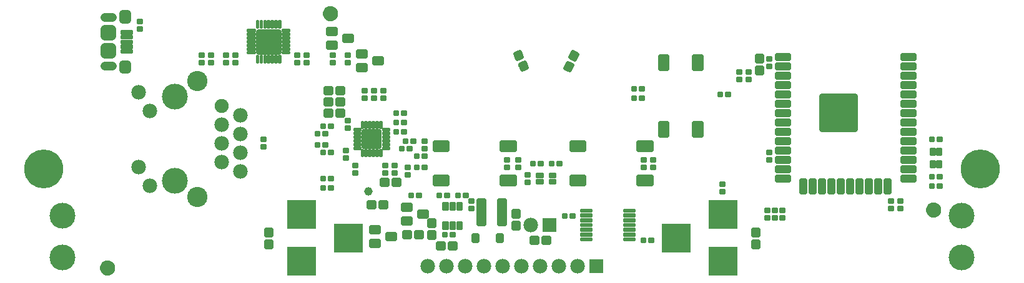
<source format=gbr>
G04 EAGLE Gerber RS-274X export*
G75*
%MOMM*%
%FSLAX34Y34*%
%LPD*%
%INSoldermask Top*%
%IPPOS*%
%AMOC8*
5,1,8,0,0,1.08239X$1,22.5*%
G01*
%ADD10C,5.283200*%
%ADD11C,3.505200*%
%ADD12C,0.399194*%
%ADD13C,0.553472*%
%ADD14C,0.446600*%
%ADD15C,0.617406*%
%ADD16C,0.525272*%
%ADD17C,0.689375*%
%ADD18C,0.728447*%
%ADD19C,0.518503*%
%ADD20C,1.219200*%
%ADD21C,0.404144*%
%ADD22C,0.897791*%
%ADD23C,1.156759*%
%ADD24C,0.335972*%
%ADD25C,0.725172*%
%ADD26C,0.296447*%
%ADD27C,0.702831*%
%ADD28C,1.981200*%
%ADD29C,1.903200*%
%ADD30C,2.743200*%
%ADD31C,3.503200*%
%ADD32R,4.013200X4.013200*%
%ADD33C,0.430031*%
%ADD34R,1.981200X1.981200*%
%ADD35C,0.329691*%
%ADD36C,1.000000*%
%ADD37C,1.159600*%


D10*
X50800Y152400D03*
X1320800Y152400D03*
D11*
X76200Y88900D03*
X76200Y31750D03*
X1295400Y31750D03*
X1295400Y88900D03*
D12*
X295160Y305740D02*
X295160Y309280D01*
X299200Y309280D01*
X299200Y305740D01*
X295160Y305740D01*
X295160Y298780D02*
X295160Y295240D01*
X295160Y298780D02*
X299200Y298780D01*
X299200Y295240D01*
X295160Y295240D01*
X345960Y194980D02*
X345960Y191440D01*
X345960Y194980D02*
X350000Y194980D01*
X350000Y191440D01*
X345960Y191440D01*
X345960Y184480D02*
X345960Y180940D01*
X345960Y184480D02*
X350000Y184480D01*
X350000Y180940D01*
X345960Y180940D01*
X499860Y246980D02*
X499860Y250520D01*
X499860Y246980D02*
X495820Y246980D01*
X495820Y250520D01*
X499860Y250520D01*
X499860Y257480D02*
X499860Y261020D01*
X499860Y257480D02*
X495820Y257480D01*
X495820Y261020D01*
X499860Y261020D01*
D13*
X579829Y66869D02*
X579829Y59371D01*
X573331Y59371D01*
X573331Y66869D01*
X579829Y66869D01*
X579829Y64629D02*
X573331Y64629D01*
X579829Y75371D02*
X579829Y82869D01*
X579829Y75371D02*
X573331Y75371D01*
X573331Y82869D01*
X579829Y82869D01*
X579829Y80629D02*
X573331Y80629D01*
X352351Y70169D02*
X352351Y62671D01*
X352351Y70169D02*
X358849Y70169D01*
X358849Y62671D01*
X352351Y62671D01*
X352351Y67929D02*
X358849Y67929D01*
X352351Y54169D02*
X352351Y46671D01*
X352351Y54169D02*
X358849Y54169D01*
X358849Y46671D01*
X352351Y46671D01*
X352351Y51929D02*
X358849Y51929D01*
D12*
X691400Y163500D02*
X691400Y167040D01*
X695440Y167040D01*
X695440Y163500D01*
X691400Y163500D01*
X691400Y156540D02*
X691400Y153000D01*
X691400Y156540D02*
X695440Y156540D01*
X695440Y153000D01*
X691400Y153000D01*
X995160Y272380D02*
X995160Y275920D01*
X995160Y272380D02*
X991120Y272380D01*
X991120Y275920D01*
X995160Y275920D01*
X995160Y282880D02*
X995160Y286420D01*
X995160Y282880D02*
X991120Y282880D01*
X991120Y286420D01*
X995160Y286420D01*
X865620Y156540D02*
X865620Y153000D01*
X861580Y153000D01*
X861580Y156540D01*
X865620Y156540D01*
X865620Y163500D02*
X865620Y167040D01*
X865620Y163500D02*
X861580Y163500D01*
X861580Y167040D01*
X865620Y167040D01*
D13*
X498511Y296471D02*
X498511Y302969D01*
X509009Y302969D01*
X509009Y296471D01*
X498511Y296471D01*
X498511Y301729D02*
X509009Y301729D01*
X476511Y293469D02*
X476511Y286971D01*
X476511Y293469D02*
X487009Y293469D01*
X487009Y286971D01*
X476511Y286971D01*
X476511Y292229D02*
X487009Y292229D01*
X476511Y305971D02*
X476511Y312469D01*
X487009Y312469D01*
X487009Y305971D01*
X476511Y305971D01*
X476511Y311229D02*
X487009Y311229D01*
X457871Y326951D02*
X457871Y333449D01*
X468369Y333449D01*
X468369Y326951D01*
X457871Y326951D01*
X457871Y332209D02*
X468369Y332209D01*
X435871Y323949D02*
X435871Y317451D01*
X435871Y323949D02*
X446369Y323949D01*
X446369Y317451D01*
X435871Y317451D01*
X435871Y322709D02*
X446369Y322709D01*
X435871Y336451D02*
X435871Y342949D01*
X446369Y342949D01*
X446369Y336451D01*
X435871Y336451D01*
X435871Y341709D02*
X446369Y341709D01*
D12*
X1029220Y98460D02*
X1029220Y94920D01*
X1029220Y98460D02*
X1033260Y98460D01*
X1033260Y94920D01*
X1029220Y94920D01*
X1029220Y87960D02*
X1029220Y84420D01*
X1029220Y87960D02*
X1033260Y87960D01*
X1033260Y84420D01*
X1029220Y84420D01*
X704100Y143180D02*
X704100Y146720D01*
X708140Y146720D01*
X708140Y143180D01*
X704100Y143180D01*
X704100Y136220D02*
X704100Y132680D01*
X704100Y136220D02*
X708140Y136220D01*
X708140Y132680D01*
X704100Y132680D01*
X1252820Y191020D02*
X1256360Y191020D01*
X1252820Y191020D02*
X1252820Y195060D01*
X1256360Y195060D01*
X1256360Y191020D01*
X1256360Y194812D02*
X1252820Y194812D01*
X1263320Y191020D02*
X1266860Y191020D01*
X1263320Y191020D02*
X1263320Y195060D01*
X1266860Y195060D01*
X1266860Y191020D01*
X1266860Y194812D02*
X1263320Y194812D01*
X1256360Y140220D02*
X1252820Y140220D01*
X1252820Y144260D01*
X1256360Y144260D01*
X1256360Y140220D01*
X1256360Y144012D02*
X1252820Y144012D01*
X1263320Y140220D02*
X1266860Y140220D01*
X1263320Y140220D02*
X1263320Y144260D01*
X1266860Y144260D01*
X1266860Y140220D01*
X1266860Y144012D02*
X1263320Y144012D01*
X1256360Y127520D02*
X1252820Y127520D01*
X1252820Y131560D01*
X1256360Y131560D01*
X1256360Y127520D01*
X1256360Y131312D02*
X1252820Y131312D01*
X1263320Y127520D02*
X1266860Y127520D01*
X1263320Y127520D02*
X1263320Y131560D01*
X1266860Y131560D01*
X1266860Y127520D01*
X1266860Y131312D02*
X1263320Y131312D01*
X676160Y163500D02*
X676160Y167040D01*
X680200Y167040D01*
X680200Y163500D01*
X676160Y163500D01*
X676160Y156540D02*
X676160Y153000D01*
X676160Y156540D02*
X680200Y156540D01*
X680200Y153000D01*
X676160Y153000D01*
X1007860Y272380D02*
X1007860Y275920D01*
X1007860Y272380D02*
X1003820Y272380D01*
X1003820Y275920D01*
X1007860Y275920D01*
X1007860Y282880D02*
X1007860Y286420D01*
X1007860Y282880D02*
X1003820Y282880D01*
X1003820Y286420D01*
X1007860Y286420D01*
X874280Y167040D02*
X874280Y163500D01*
X874280Y167040D02*
X878320Y167040D01*
X878320Y163500D01*
X874280Y163500D01*
X874280Y156540D02*
X874280Y153000D01*
X874280Y156540D02*
X878320Y156540D01*
X878320Y153000D01*
X874280Y153000D01*
X1200900Y100660D02*
X1200900Y97120D01*
X1196860Y97120D01*
X1196860Y100660D01*
X1200900Y100660D01*
X1200900Y107620D02*
X1200900Y111160D01*
X1200900Y107620D02*
X1196860Y107620D01*
X1196860Y111160D01*
X1200900Y111160D01*
X968260Y130480D02*
X968260Y134020D01*
X972300Y134020D01*
X972300Y130480D01*
X968260Y130480D01*
X968260Y123520D02*
X968260Y119980D01*
X968260Y123520D02*
X972300Y123520D01*
X972300Y119980D01*
X968260Y119980D01*
X976300Y256020D02*
X979840Y256020D01*
X979840Y251980D01*
X976300Y251980D01*
X976300Y256020D01*
X976300Y255772D02*
X979840Y255772D01*
X969340Y256020D02*
X965800Y256020D01*
X969340Y256020D02*
X969340Y251980D01*
X965800Y251980D01*
X965800Y256020D01*
X965800Y255772D02*
X969340Y255772D01*
X1043420Y87960D02*
X1043420Y84420D01*
X1039380Y84420D01*
X1039380Y87960D01*
X1043420Y87960D01*
X1043420Y94920D02*
X1043420Y98460D01*
X1043420Y94920D02*
X1039380Y94920D01*
X1039380Y98460D01*
X1043420Y98460D01*
X441360Y212840D02*
X437820Y212840D01*
X441360Y212840D02*
X441360Y208800D01*
X437820Y208800D01*
X437820Y212840D01*
X437820Y212592D02*
X441360Y212592D01*
X430860Y212840D02*
X427320Y212840D01*
X430860Y212840D02*
X430860Y208800D01*
X427320Y208800D01*
X427320Y212840D01*
X427320Y212592D02*
X430860Y212592D01*
X437820Y177280D02*
X441360Y177280D01*
X441360Y173240D01*
X437820Y173240D01*
X437820Y177280D01*
X437820Y177032D02*
X441360Y177032D01*
X430860Y177280D02*
X427320Y177280D01*
X430860Y177280D02*
X430860Y173240D01*
X427320Y173240D01*
X427320Y177280D01*
X427320Y177032D02*
X430860Y177032D01*
X430200Y187440D02*
X433740Y187440D01*
X433740Y183400D01*
X430200Y183400D01*
X430200Y187440D01*
X430200Y187192D02*
X433740Y187192D01*
X423240Y187440D02*
X419700Y187440D01*
X423240Y187440D02*
X423240Y183400D01*
X419700Y183400D01*
X419700Y187440D01*
X419700Y187192D02*
X423240Y187192D01*
X430200Y202680D02*
X433740Y202680D01*
X433740Y198640D01*
X430200Y198640D01*
X430200Y202680D01*
X430200Y202432D02*
X433740Y202432D01*
X423240Y202680D02*
X419700Y202680D01*
X423240Y202680D02*
X423240Y198640D01*
X419700Y198640D01*
X419700Y202680D01*
X419700Y202432D02*
X423240Y202432D01*
X526380Y201180D02*
X529920Y201180D01*
X526380Y201180D02*
X526380Y205220D01*
X529920Y205220D01*
X529920Y201180D01*
X529920Y204972D02*
X526380Y204972D01*
X536880Y201180D02*
X540420Y201180D01*
X536880Y201180D02*
X536880Y205220D01*
X540420Y205220D01*
X540420Y201180D01*
X540420Y204972D02*
X536880Y204972D01*
X554320Y152920D02*
X557860Y152920D01*
X554320Y152920D02*
X554320Y156960D01*
X557860Y156960D01*
X557860Y152920D01*
X557860Y156712D02*
X554320Y156712D01*
X564820Y152920D02*
X568360Y152920D01*
X564820Y152920D02*
X564820Y156960D01*
X568360Y156960D01*
X568360Y152920D01*
X568360Y156712D02*
X564820Y156712D01*
X568440Y178400D02*
X568440Y181940D01*
X568440Y178400D02*
X564400Y178400D01*
X564400Y181940D01*
X568440Y181940D01*
X568440Y188900D02*
X568440Y192440D01*
X568440Y188900D02*
X564400Y188900D01*
X564400Y192440D01*
X568440Y192440D01*
X529920Y226580D02*
X526380Y226580D01*
X526380Y230620D01*
X529920Y230620D01*
X529920Y226580D01*
X529920Y230372D02*
X526380Y230372D01*
X536880Y226580D02*
X540420Y226580D01*
X536880Y226580D02*
X536880Y230620D01*
X540420Y230620D01*
X540420Y226580D01*
X540420Y230372D02*
X536880Y230372D01*
X461760Y169240D02*
X461760Y165700D01*
X457720Y165700D01*
X457720Y169240D01*
X461760Y169240D01*
X461760Y176200D02*
X461760Y179740D01*
X461760Y176200D02*
X457720Y176200D01*
X457720Y179740D01*
X461760Y179740D01*
X441360Y141720D02*
X437820Y141720D01*
X441360Y141720D02*
X441360Y137680D01*
X437820Y137680D01*
X437820Y141720D01*
X437820Y141472D02*
X441360Y141472D01*
X430860Y141720D02*
X427320Y141720D01*
X430860Y141720D02*
X430860Y137680D01*
X427320Y137680D01*
X427320Y141720D01*
X427320Y141472D02*
X430860Y141472D01*
X439940Y305740D02*
X439940Y309280D01*
X443980Y309280D01*
X443980Y305740D01*
X439940Y305740D01*
X439940Y298780D02*
X439940Y295240D01*
X439940Y298780D02*
X443980Y298780D01*
X443980Y295240D01*
X439940Y295240D01*
X441360Y129020D02*
X437820Y129020D01*
X441360Y129020D02*
X441360Y124980D01*
X437820Y124980D01*
X437820Y129020D01*
X437820Y128772D02*
X441360Y128772D01*
X430860Y129020D02*
X427320Y129020D01*
X430860Y129020D02*
X430860Y124980D01*
X427320Y124980D01*
X427320Y129020D01*
X427320Y128772D02*
X430860Y128772D01*
X549580Y192520D02*
X553120Y192520D01*
X553120Y188480D01*
X549580Y188480D01*
X549580Y192520D01*
X549580Y192272D02*
X553120Y192272D01*
X542620Y192520D02*
X539080Y192520D01*
X542620Y192520D02*
X542620Y188480D01*
X539080Y188480D01*
X539080Y192520D01*
X539080Y192272D02*
X542620Y192272D01*
X529920Y213880D02*
X526380Y213880D01*
X526380Y217920D01*
X529920Y217920D01*
X529920Y213880D01*
X529920Y217672D02*
X526380Y217672D01*
X536880Y213880D02*
X540420Y213880D01*
X536880Y213880D02*
X536880Y217920D01*
X540420Y217920D01*
X540420Y213880D01*
X540420Y217672D02*
X536880Y217672D01*
X541540Y156880D02*
X541540Y153340D01*
X541540Y156880D02*
X545580Y156880D01*
X545580Y153340D01*
X541540Y153340D01*
X541540Y146380D02*
X541540Y142840D01*
X541540Y146380D02*
X545580Y146380D01*
X545580Y142840D01*
X541540Y142840D01*
X564820Y172200D02*
X568360Y172200D01*
X568360Y168160D01*
X564820Y168160D01*
X564820Y172200D01*
X564820Y171952D02*
X568360Y171952D01*
X557860Y172200D02*
X554320Y172200D01*
X557860Y172200D02*
X557860Y168160D01*
X554320Y168160D01*
X554320Y172200D01*
X554320Y171952D02*
X557860Y171952D01*
X487160Y246980D02*
X487160Y250520D01*
X487160Y246980D02*
X483120Y246980D01*
X483120Y250520D01*
X487160Y250520D01*
X487160Y257480D02*
X487160Y261020D01*
X487160Y257480D02*
X483120Y257480D01*
X483120Y261020D01*
X487160Y261020D01*
X754980Y86880D02*
X758520Y86880D01*
X754980Y86880D02*
X754980Y90920D01*
X758520Y90920D01*
X758520Y86880D01*
X758520Y90672D02*
X754980Y90672D01*
X765480Y86880D02*
X769020Y86880D01*
X765480Y86880D02*
X765480Y90920D01*
X769020Y90920D01*
X769020Y86880D01*
X769020Y90672D02*
X765480Y90672D01*
X464300Y295240D02*
X464300Y298780D01*
X464300Y295240D02*
X460260Y295240D01*
X460260Y298780D01*
X464300Y298780D01*
X464300Y305740D02*
X464300Y309280D01*
X464300Y305740D02*
X460260Y305740D01*
X460260Y309280D01*
X464300Y309280D01*
X404380Y309280D02*
X404380Y305740D01*
X404380Y309280D02*
X408420Y309280D01*
X408420Y305740D01*
X404380Y305740D01*
X404380Y298780D02*
X404380Y295240D01*
X404380Y298780D02*
X408420Y298780D01*
X408420Y295240D01*
X404380Y295240D01*
X395720Y295240D02*
X395720Y298780D01*
X395720Y295240D02*
X391680Y295240D01*
X391680Y298780D01*
X395720Y298780D01*
X395720Y305740D02*
X395720Y309280D01*
X395720Y305740D02*
X391680Y305740D01*
X391680Y309280D01*
X395720Y309280D01*
X1213600Y100660D02*
X1213600Y97120D01*
X1209560Y97120D01*
X1209560Y100660D01*
X1213600Y100660D01*
X1213600Y107620D02*
X1213600Y111160D01*
X1213600Y107620D02*
X1209560Y107620D01*
X1209560Y111160D01*
X1213600Y111160D01*
X751240Y162040D02*
X747700Y162040D01*
X751240Y162040D02*
X751240Y158000D01*
X747700Y158000D01*
X747700Y162040D01*
X747700Y161792D02*
X751240Y161792D01*
X740740Y162040D02*
X737200Y162040D01*
X740740Y162040D02*
X740740Y158000D01*
X737200Y158000D01*
X737200Y162040D01*
X737200Y161792D02*
X740740Y161792D01*
X715340Y158000D02*
X711800Y158000D01*
X711800Y162040D01*
X715340Y162040D01*
X715340Y158000D01*
X715340Y161792D02*
X711800Y161792D01*
X722300Y158000D02*
X725840Y158000D01*
X722300Y158000D02*
X722300Y162040D01*
X725840Y162040D01*
X725840Y158000D01*
X725840Y161792D02*
X722300Y161792D01*
D13*
X456249Y262329D02*
X448751Y262329D01*
X456249Y262329D02*
X456249Y255831D01*
X448751Y255831D01*
X448751Y262329D01*
X448751Y261089D02*
X456249Y261089D01*
X440249Y262329D02*
X432751Y262329D01*
X440249Y262329D02*
X440249Y255831D01*
X432751Y255831D01*
X432751Y262329D01*
X432751Y261089D02*
X440249Y261089D01*
X440249Y225351D02*
X432751Y225351D01*
X432751Y231849D01*
X440249Y231849D01*
X440249Y225351D01*
X440249Y230609D02*
X432751Y230609D01*
X448751Y225351D02*
X456249Y225351D01*
X448751Y225351D02*
X448751Y231849D01*
X456249Y231849D01*
X456249Y225351D01*
X456249Y230609D02*
X448751Y230609D01*
D12*
X1035800Y166700D02*
X1035800Y163160D01*
X1031760Y163160D01*
X1031760Y166700D01*
X1035800Y166700D01*
X1035800Y173660D02*
X1035800Y177200D01*
X1035800Y173660D02*
X1031760Y173660D01*
X1031760Y177200D01*
X1035800Y177200D01*
X464300Y206340D02*
X464300Y209880D01*
X464300Y206340D02*
X460260Y206340D01*
X460260Y209880D01*
X464300Y209880D01*
X464300Y216840D02*
X464300Y220380D01*
X464300Y216840D02*
X460260Y216840D01*
X460260Y220380D01*
X464300Y220380D01*
X470420Y159420D02*
X470420Y155880D01*
X470420Y159420D02*
X474460Y159420D01*
X474460Y155880D01*
X470420Y155880D01*
X470420Y148920D02*
X470420Y145380D01*
X470420Y148920D02*
X474460Y148920D01*
X474460Y145380D01*
X470420Y145380D01*
D13*
X524951Y137869D02*
X532449Y137869D01*
X532449Y131371D01*
X524951Y131371D01*
X524951Y137869D01*
X524951Y136629D02*
X532449Y136629D01*
X516449Y137869D02*
X508951Y137869D01*
X516449Y137869D02*
X516449Y131371D01*
X508951Y131371D01*
X508951Y137869D01*
X508951Y136629D02*
X516449Y136629D01*
X1024329Y282891D02*
X1024329Y290389D01*
X1024329Y282891D02*
X1017831Y282891D01*
X1017831Y290389D01*
X1024329Y290389D01*
X1024329Y288149D02*
X1017831Y288149D01*
X1024329Y298891D02*
X1024329Y306389D01*
X1024329Y298891D02*
X1017831Y298891D01*
X1017831Y306389D01*
X1024329Y306389D01*
X1024329Y304149D02*
X1017831Y304149D01*
D12*
X1035800Y293700D02*
X1035800Y290160D01*
X1031760Y290160D01*
X1031760Y293700D01*
X1035800Y293700D01*
X1035800Y300660D02*
X1035800Y304200D01*
X1035800Y300660D02*
X1031760Y300660D01*
X1031760Y304200D01*
X1035800Y304200D01*
D13*
X1012751Y70169D02*
X1012751Y62671D01*
X1012751Y70169D02*
X1019249Y70169D01*
X1019249Y62671D01*
X1012751Y62671D01*
X1012751Y67929D02*
X1019249Y67929D01*
X1012751Y54169D02*
X1012751Y46671D01*
X1012751Y54169D02*
X1019249Y54169D01*
X1019249Y46671D01*
X1012751Y46671D01*
X1012751Y51929D02*
X1019249Y51929D01*
X687631Y88071D02*
X687631Y95569D01*
X694129Y95569D01*
X694129Y88071D01*
X687631Y88071D01*
X687631Y93329D02*
X694129Y93329D01*
X687631Y79569D02*
X687631Y72071D01*
X687631Y79569D02*
X694129Y79569D01*
X694129Y72071D01*
X687631Y72071D01*
X687631Y77329D02*
X694129Y77329D01*
D12*
X1049540Y94920D02*
X1049540Y98460D01*
X1053580Y98460D01*
X1053580Y94920D01*
X1049540Y94920D01*
X1049540Y87960D02*
X1049540Y84420D01*
X1049540Y87960D02*
X1053580Y87960D01*
X1053580Y84420D01*
X1049540Y84420D01*
X511060Y155880D02*
X511060Y159420D01*
X515100Y159420D01*
X515100Y155880D01*
X511060Y155880D01*
X511060Y148920D02*
X511060Y145380D01*
X511060Y148920D02*
X515100Y148920D01*
X515100Y145380D01*
X511060Y145380D01*
X523760Y155880D02*
X523760Y159420D01*
X527800Y159420D01*
X527800Y155880D01*
X523760Y155880D01*
X523760Y148920D02*
X523760Y145380D01*
X523760Y148920D02*
X527800Y148920D01*
X527800Y145380D01*
X523760Y145380D01*
X262140Y305740D02*
X262140Y309280D01*
X266180Y309280D01*
X266180Y305740D01*
X262140Y305740D01*
X262140Y298780D02*
X262140Y295240D01*
X262140Y298780D02*
X266180Y298780D01*
X266180Y295240D01*
X262140Y295240D01*
X274840Y305740D02*
X274840Y309280D01*
X278880Y309280D01*
X278880Y305740D01*
X274840Y305740D01*
X274840Y298780D02*
X274840Y295240D01*
X274840Y298780D02*
X278880Y298780D01*
X278880Y295240D01*
X274840Y295240D01*
X307860Y305740D02*
X307860Y309280D01*
X311900Y309280D01*
X311900Y305740D01*
X307860Y305740D01*
X307860Y298780D02*
X307860Y295240D01*
X307860Y298780D02*
X311900Y298780D01*
X311900Y295240D01*
X307860Y295240D01*
D13*
X516291Y64209D02*
X516291Y57711D01*
X516291Y64209D02*
X526789Y64209D01*
X526789Y57711D01*
X516291Y57711D01*
X516291Y62969D02*
X526789Y62969D01*
X494291Y54709D02*
X494291Y48211D01*
X494291Y54709D02*
X504789Y54709D01*
X504789Y48211D01*
X494291Y48211D01*
X494291Y53469D02*
X504789Y53469D01*
X494291Y67211D02*
X494291Y73709D01*
X504789Y73709D01*
X504789Y67211D01*
X494291Y67211D01*
X494291Y72469D02*
X504789Y72469D01*
D12*
X182360Y340960D02*
X182360Y344500D01*
X182360Y340960D02*
X178320Y340960D01*
X178320Y344500D01*
X182360Y344500D01*
X182360Y351460D02*
X182360Y355000D01*
X182360Y351460D02*
X178320Y351460D01*
X178320Y355000D01*
X182360Y355000D01*
D13*
X448751Y247089D02*
X456249Y247089D01*
X456249Y240591D01*
X448751Y240591D01*
X448751Y247089D01*
X448751Y245849D02*
X456249Y245849D01*
X440249Y247089D02*
X432751Y247089D01*
X440249Y247089D02*
X440249Y240591D01*
X432751Y240591D01*
X432751Y247089D01*
X432751Y245849D02*
X440249Y245849D01*
D14*
X611787Y105683D02*
X611787Y98117D01*
X611787Y105683D02*
X616253Y105683D01*
X616253Y98117D01*
X611787Y98117D01*
X611787Y102360D02*
X616253Y102360D01*
X602287Y105683D02*
X602287Y98117D01*
X602287Y105683D02*
X606753Y105683D01*
X606753Y98117D01*
X602287Y98117D01*
X602287Y102360D02*
X606753Y102360D01*
X592787Y105683D02*
X592787Y98117D01*
X592787Y105683D02*
X597253Y105683D01*
X597253Y98117D01*
X592787Y98117D01*
X592787Y102360D02*
X597253Y102360D01*
X592787Y79683D02*
X592787Y72117D01*
X592787Y79683D02*
X597253Y79683D01*
X597253Y72117D01*
X592787Y72117D01*
X592787Y76360D02*
X597253Y76360D01*
X602287Y79683D02*
X602287Y72117D01*
X602287Y79683D02*
X606753Y79683D01*
X606753Y72117D01*
X602287Y72117D01*
X602287Y76360D02*
X606753Y76360D01*
X611787Y79683D02*
X611787Y72117D01*
X611787Y79683D02*
X616253Y79683D01*
X616253Y72117D01*
X611787Y72117D01*
X611787Y76360D02*
X616253Y76360D01*
D15*
X639931Y77551D02*
X647789Y77551D01*
X639931Y77551D02*
X639931Y110409D01*
X647789Y110409D01*
X647789Y77551D01*
X647789Y83416D02*
X639931Y83416D01*
X639931Y89281D02*
X647789Y89281D01*
X647789Y95146D02*
X639931Y95146D01*
X639931Y101011D02*
X647789Y101011D01*
X647789Y106876D02*
X639931Y106876D01*
X667931Y77551D02*
X675789Y77551D01*
X667931Y77551D02*
X667931Y110409D01*
X675789Y110409D01*
X675789Y77551D01*
X675789Y83416D02*
X667931Y83416D01*
X667931Y89281D02*
X675789Y89281D01*
X675789Y95146D02*
X667931Y95146D01*
X667931Y101011D02*
X675789Y101011D01*
X675789Y106876D02*
X667931Y106876D01*
D12*
X606460Y65520D02*
X602920Y65520D01*
X606460Y65520D02*
X606460Y61480D01*
X602920Y61480D01*
X602920Y65520D01*
X602920Y65272D02*
X606460Y65272D01*
X595960Y65520D02*
X592420Y65520D01*
X595960Y65520D02*
X595960Y61480D01*
X592420Y61480D01*
X592420Y65520D01*
X592420Y65272D02*
X595960Y65272D01*
X627900Y107620D02*
X627900Y111160D01*
X631940Y111160D01*
X631940Y107620D01*
X627900Y107620D01*
X627900Y100660D02*
X627900Y97120D01*
X627900Y100660D02*
X631940Y100660D01*
X631940Y97120D01*
X627900Y97120D01*
X613740Y114820D02*
X610200Y114820D01*
X610200Y118860D01*
X613740Y118860D01*
X613740Y114820D01*
X613740Y118612D02*
X610200Y118612D01*
X620700Y114820D02*
X624240Y114820D01*
X620700Y114820D02*
X620700Y118860D01*
X624240Y118860D01*
X624240Y114820D01*
X624240Y118612D02*
X620700Y118612D01*
X588340Y114820D02*
X584800Y114820D01*
X584800Y118860D01*
X588340Y118860D01*
X588340Y114820D01*
X588340Y118612D02*
X584800Y118612D01*
X595300Y114820D02*
X598840Y114820D01*
X595300Y114820D02*
X595300Y118860D01*
X598840Y118860D01*
X598840Y114820D01*
X598840Y118612D02*
X595300Y118612D01*
D16*
X639359Y62906D02*
X639359Y53934D01*
X633435Y53934D01*
X633435Y62906D01*
X639359Y62906D01*
X639359Y58924D02*
X633435Y58924D01*
X672125Y62906D02*
X672125Y53934D01*
X666201Y53934D01*
X666201Y62906D01*
X672125Y62906D01*
X672125Y58924D02*
X666201Y58924D01*
D12*
X550240Y114820D02*
X546700Y114820D01*
X546700Y118860D01*
X550240Y118860D01*
X550240Y114820D01*
X550240Y118612D02*
X546700Y118612D01*
X557200Y114820D02*
X560740Y114820D01*
X557200Y114820D02*
X557200Y118860D01*
X560740Y118860D01*
X560740Y114820D01*
X560740Y118612D02*
X557200Y118612D01*
D13*
X559471Y94689D02*
X559471Y88191D01*
X559471Y94689D02*
X569969Y94689D01*
X569969Y88191D01*
X559471Y88191D01*
X559471Y93449D02*
X569969Y93449D01*
X537471Y85189D02*
X537471Y78691D01*
X537471Y85189D02*
X547969Y85189D01*
X547969Y78691D01*
X537471Y78691D01*
X537471Y83949D02*
X547969Y83949D01*
X537471Y97691D02*
X537471Y104189D01*
X547969Y104189D01*
X547969Y97691D01*
X537471Y97691D01*
X537471Y102949D02*
X547969Y102949D01*
X546929Y60251D02*
X539431Y60251D01*
X539431Y66749D01*
X546929Y66749D01*
X546929Y60251D01*
X546929Y65509D02*
X539431Y65509D01*
X555431Y60251D02*
X562929Y60251D01*
X555431Y60251D02*
X555431Y66749D01*
X562929Y66749D01*
X562929Y60251D01*
X562929Y65509D02*
X555431Y65509D01*
D17*
X581431Y132451D02*
X597569Y132451D01*
X581431Y132451D02*
X581431Y141589D01*
X597569Y141589D01*
X597569Y132451D01*
X597569Y139000D02*
X581431Y139000D01*
X581431Y178451D02*
X597569Y178451D01*
X581431Y178451D02*
X581431Y187589D01*
X597569Y187589D01*
X597569Y178451D01*
X597569Y185000D02*
X581431Y185000D01*
X672431Y178451D02*
X688569Y178451D01*
X672431Y178451D02*
X672431Y187589D01*
X688569Y187589D01*
X688569Y178451D01*
X688569Y185000D02*
X672431Y185000D01*
X672431Y132451D02*
X688569Y132451D01*
X672431Y132451D02*
X672431Y141589D01*
X688569Y141589D01*
X688569Y132451D01*
X688569Y139000D02*
X672431Y139000D01*
X941969Y197891D02*
X941969Y214029D01*
X941969Y197891D02*
X932831Y197891D01*
X932831Y214029D01*
X941969Y214029D01*
X941969Y204440D02*
X932831Y204440D01*
X932831Y210989D02*
X941969Y210989D01*
X895969Y214029D02*
X895969Y197891D01*
X886831Y197891D01*
X886831Y214029D01*
X895969Y214029D01*
X895969Y204440D02*
X886831Y204440D01*
X886831Y210989D02*
X895969Y210989D01*
X895969Y288891D02*
X895969Y305029D01*
X895969Y288891D02*
X886831Y288891D01*
X886831Y305029D01*
X895969Y305029D01*
X895969Y295440D02*
X886831Y295440D01*
X886831Y301989D02*
X895969Y301989D01*
X941969Y305029D02*
X941969Y288891D01*
X932831Y288891D01*
X932831Y305029D01*
X941969Y305029D01*
X941969Y295440D02*
X932831Y295440D01*
X932831Y301989D02*
X941969Y301989D01*
X782989Y132451D02*
X766851Y132451D01*
X766851Y141589D01*
X782989Y141589D01*
X782989Y132451D01*
X782989Y139000D02*
X766851Y139000D01*
X766851Y178451D02*
X782989Y178451D01*
X766851Y178451D02*
X766851Y187589D01*
X782989Y187589D01*
X782989Y178451D01*
X782989Y185000D02*
X766851Y185000D01*
X857851Y178451D02*
X873989Y178451D01*
X857851Y178451D02*
X857851Y187589D01*
X873989Y187589D01*
X873989Y178451D01*
X873989Y185000D02*
X857851Y185000D01*
X857851Y132451D02*
X873989Y132451D01*
X857851Y132451D02*
X857851Y141589D01*
X873989Y141589D01*
X873989Y132451D01*
X873989Y139000D02*
X857851Y139000D01*
D12*
X537540Y178320D02*
X534000Y178320D01*
X534000Y182360D01*
X537540Y182360D01*
X537540Y178320D01*
X537540Y182112D02*
X534000Y182112D01*
X544500Y178320D02*
X548040Y178320D01*
X544500Y178320D02*
X544500Y182360D01*
X548040Y182360D01*
X548040Y178320D01*
X548040Y182112D02*
X544500Y182112D01*
X508520Y257480D02*
X508520Y261020D01*
X512560Y261020D01*
X512560Y257480D01*
X508520Y257480D01*
X508520Y250520D02*
X508520Y246980D01*
X508520Y250520D02*
X512560Y250520D01*
X512560Y246980D01*
X508520Y246980D01*
X861660Y53860D02*
X865200Y53860D01*
X861660Y53860D02*
X861660Y57900D01*
X865200Y57900D01*
X865200Y53860D01*
X865200Y57652D02*
X861660Y57652D01*
X872160Y53860D02*
X875700Y53860D01*
X872160Y53860D02*
X872160Y57900D01*
X875700Y57900D01*
X875700Y53860D01*
X875700Y57652D02*
X872160Y57652D01*
D18*
X1105546Y206686D02*
X1150294Y206686D01*
X1105546Y206686D02*
X1105546Y251434D01*
X1150294Y251434D01*
X1150294Y206686D01*
X1150294Y213606D02*
X1105546Y213606D01*
X1105546Y220526D02*
X1150294Y220526D01*
X1150294Y227446D02*
X1105546Y227446D01*
X1105546Y234366D02*
X1150294Y234366D01*
X1150294Y241286D02*
X1105546Y241286D01*
X1105546Y248206D02*
X1150294Y248206D01*
D19*
X1061344Y301136D02*
X1044496Y301136D01*
X1044496Y306984D01*
X1061344Y306984D01*
X1061344Y301136D01*
X1061344Y306062D02*
X1044496Y306062D01*
X1044496Y288436D02*
X1061344Y288436D01*
X1044496Y288436D02*
X1044496Y294284D01*
X1061344Y294284D01*
X1061344Y288436D01*
X1061344Y293362D02*
X1044496Y293362D01*
X1044496Y275736D02*
X1061344Y275736D01*
X1044496Y275736D02*
X1044496Y281584D01*
X1061344Y281584D01*
X1061344Y275736D01*
X1061344Y280662D02*
X1044496Y280662D01*
X1044496Y263036D02*
X1061344Y263036D01*
X1044496Y263036D02*
X1044496Y268884D01*
X1061344Y268884D01*
X1061344Y263036D01*
X1061344Y267962D02*
X1044496Y267962D01*
X1044496Y250336D02*
X1061344Y250336D01*
X1044496Y250336D02*
X1044496Y256184D01*
X1061344Y256184D01*
X1061344Y250336D01*
X1061344Y255262D02*
X1044496Y255262D01*
X1044496Y237636D02*
X1061344Y237636D01*
X1044496Y237636D02*
X1044496Y243484D01*
X1061344Y243484D01*
X1061344Y237636D01*
X1061344Y242562D02*
X1044496Y242562D01*
X1044496Y224936D02*
X1061344Y224936D01*
X1044496Y224936D02*
X1044496Y230784D01*
X1061344Y230784D01*
X1061344Y224936D01*
X1061344Y229862D02*
X1044496Y229862D01*
X1044496Y212236D02*
X1061344Y212236D01*
X1044496Y212236D02*
X1044496Y218084D01*
X1061344Y218084D01*
X1061344Y212236D01*
X1061344Y217162D02*
X1044496Y217162D01*
X1044496Y199536D02*
X1061344Y199536D01*
X1044496Y199536D02*
X1044496Y205384D01*
X1061344Y205384D01*
X1061344Y199536D01*
X1061344Y204462D02*
X1044496Y204462D01*
X1044496Y186836D02*
X1061344Y186836D01*
X1044496Y186836D02*
X1044496Y192684D01*
X1061344Y192684D01*
X1061344Y186836D01*
X1061344Y191762D02*
X1044496Y191762D01*
X1044496Y174136D02*
X1061344Y174136D01*
X1044496Y174136D02*
X1044496Y179984D01*
X1061344Y179984D01*
X1061344Y174136D01*
X1061344Y179062D02*
X1044496Y179062D01*
X1044496Y161436D02*
X1061344Y161436D01*
X1044496Y161436D02*
X1044496Y167284D01*
X1061344Y167284D01*
X1061344Y161436D01*
X1061344Y166362D02*
X1044496Y166362D01*
X1044496Y148736D02*
X1061344Y148736D01*
X1044496Y148736D02*
X1044496Y154584D01*
X1061344Y154584D01*
X1061344Y148736D01*
X1061344Y153662D02*
X1044496Y153662D01*
X1044496Y136036D02*
X1061344Y136036D01*
X1044496Y136036D02*
X1044496Y141884D01*
X1061344Y141884D01*
X1061344Y136036D01*
X1061344Y140962D02*
X1044496Y140962D01*
X1083694Y137384D02*
X1083694Y120536D01*
X1077846Y120536D01*
X1077846Y137384D01*
X1083694Y137384D01*
X1083694Y125462D02*
X1077846Y125462D01*
X1077846Y130388D02*
X1083694Y130388D01*
X1083694Y135314D02*
X1077846Y135314D01*
X1096394Y137384D02*
X1096394Y120536D01*
X1090546Y120536D01*
X1090546Y137384D01*
X1096394Y137384D01*
X1096394Y125462D02*
X1090546Y125462D01*
X1090546Y130388D02*
X1096394Y130388D01*
X1096394Y135314D02*
X1090546Y135314D01*
X1109094Y137384D02*
X1109094Y120536D01*
X1103246Y120536D01*
X1103246Y137384D01*
X1109094Y137384D01*
X1109094Y125462D02*
X1103246Y125462D01*
X1103246Y130388D02*
X1109094Y130388D01*
X1109094Y135314D02*
X1103246Y135314D01*
X1121794Y137384D02*
X1121794Y120536D01*
X1115946Y120536D01*
X1115946Y137384D01*
X1121794Y137384D01*
X1121794Y125462D02*
X1115946Y125462D01*
X1115946Y130388D02*
X1121794Y130388D01*
X1121794Y135314D02*
X1115946Y135314D01*
X1134494Y137384D02*
X1134494Y120536D01*
X1128646Y120536D01*
X1128646Y137384D01*
X1134494Y137384D01*
X1134494Y125462D02*
X1128646Y125462D01*
X1128646Y130388D02*
X1134494Y130388D01*
X1134494Y135314D02*
X1128646Y135314D01*
X1147194Y137384D02*
X1147194Y120536D01*
X1141346Y120536D01*
X1141346Y137384D01*
X1147194Y137384D01*
X1147194Y125462D02*
X1141346Y125462D01*
X1141346Y130388D02*
X1147194Y130388D01*
X1147194Y135314D02*
X1141346Y135314D01*
X1159894Y137384D02*
X1159894Y120536D01*
X1154046Y120536D01*
X1154046Y137384D01*
X1159894Y137384D01*
X1159894Y125462D02*
X1154046Y125462D01*
X1154046Y130388D02*
X1159894Y130388D01*
X1159894Y135314D02*
X1154046Y135314D01*
X1172594Y137384D02*
X1172594Y120536D01*
X1166746Y120536D01*
X1166746Y137384D01*
X1172594Y137384D01*
X1172594Y125462D02*
X1166746Y125462D01*
X1166746Y130388D02*
X1172594Y130388D01*
X1172594Y135314D02*
X1166746Y135314D01*
X1185294Y137384D02*
X1185294Y120536D01*
X1179446Y120536D01*
X1179446Y137384D01*
X1185294Y137384D01*
X1185294Y125462D02*
X1179446Y125462D01*
X1179446Y130388D02*
X1185294Y130388D01*
X1185294Y135314D02*
X1179446Y135314D01*
X1197994Y137384D02*
X1197994Y120536D01*
X1192146Y120536D01*
X1192146Y137384D01*
X1197994Y137384D01*
X1197994Y125462D02*
X1192146Y125462D01*
X1192146Y130388D02*
X1197994Y130388D01*
X1197994Y135314D02*
X1192146Y135314D01*
X1214496Y141884D02*
X1231344Y141884D01*
X1231344Y136036D01*
X1214496Y136036D01*
X1214496Y141884D01*
X1214496Y140962D02*
X1231344Y140962D01*
X1231344Y154584D02*
X1214496Y154584D01*
X1231344Y154584D02*
X1231344Y148736D01*
X1214496Y148736D01*
X1214496Y154584D01*
X1214496Y153662D02*
X1231344Y153662D01*
X1231344Y167284D02*
X1214496Y167284D01*
X1231344Y167284D02*
X1231344Y161436D01*
X1214496Y161436D01*
X1214496Y167284D01*
X1214496Y166362D02*
X1231344Y166362D01*
X1231344Y179984D02*
X1214496Y179984D01*
X1231344Y179984D02*
X1231344Y174136D01*
X1214496Y174136D01*
X1214496Y179984D01*
X1214496Y179062D02*
X1231344Y179062D01*
X1231344Y192684D02*
X1214496Y192684D01*
X1231344Y192684D02*
X1231344Y186836D01*
X1214496Y186836D01*
X1214496Y192684D01*
X1214496Y191762D02*
X1231344Y191762D01*
X1231344Y205384D02*
X1214496Y205384D01*
X1231344Y205384D02*
X1231344Y199536D01*
X1214496Y199536D01*
X1214496Y205384D01*
X1214496Y204462D02*
X1231344Y204462D01*
X1231344Y218084D02*
X1214496Y218084D01*
X1231344Y218084D02*
X1231344Y212236D01*
X1214496Y212236D01*
X1214496Y218084D01*
X1214496Y217162D02*
X1231344Y217162D01*
X1231344Y230784D02*
X1214496Y230784D01*
X1231344Y230784D02*
X1231344Y224936D01*
X1214496Y224936D01*
X1214496Y230784D01*
X1214496Y229862D02*
X1231344Y229862D01*
X1231344Y243484D02*
X1214496Y243484D01*
X1231344Y243484D02*
X1231344Y237636D01*
X1214496Y237636D01*
X1214496Y243484D01*
X1214496Y242562D02*
X1231344Y242562D01*
X1231344Y256184D02*
X1214496Y256184D01*
X1231344Y256184D02*
X1231344Y250336D01*
X1214496Y250336D01*
X1214496Y256184D01*
X1214496Y255262D02*
X1231344Y255262D01*
X1231344Y268884D02*
X1214496Y268884D01*
X1231344Y268884D02*
X1231344Y263036D01*
X1214496Y263036D01*
X1214496Y268884D01*
X1214496Y267962D02*
X1231344Y267962D01*
X1231344Y281584D02*
X1214496Y281584D01*
X1231344Y281584D02*
X1231344Y275736D01*
X1214496Y275736D01*
X1214496Y281584D01*
X1214496Y280662D02*
X1231344Y280662D01*
X1231344Y294284D02*
X1214496Y294284D01*
X1231344Y294284D02*
X1231344Y288436D01*
X1214496Y288436D01*
X1214496Y294284D01*
X1214496Y293362D02*
X1231344Y293362D01*
X1231344Y306984D02*
X1214496Y306984D01*
X1231344Y306984D02*
X1231344Y301136D01*
X1214496Y301136D01*
X1214496Y306984D01*
X1214496Y306062D02*
X1231344Y306062D01*
D20*
X143430Y358120D02*
X133270Y358120D01*
X133270Y292120D02*
X143430Y292120D01*
D21*
X169096Y324124D02*
X169096Y326116D01*
X169096Y324124D02*
X156104Y324124D01*
X156104Y326116D01*
X169096Y326116D01*
X169096Y330624D02*
X169096Y332616D01*
X169096Y330624D02*
X156104Y330624D01*
X156104Y332616D01*
X169096Y332616D01*
X169096Y319616D02*
X169096Y317624D01*
X156104Y317624D01*
X156104Y319616D01*
X169096Y319616D01*
X169096Y313116D02*
X169096Y311124D01*
X156104Y311124D01*
X156104Y313116D01*
X169096Y313116D01*
X169096Y337124D02*
X169096Y339116D01*
X169096Y337124D02*
X156104Y337124D01*
X156104Y339116D01*
X169096Y339116D01*
D22*
X164357Y354593D02*
X157303Y354593D01*
X157303Y363647D01*
X164357Y363647D01*
X164357Y354593D01*
X164357Y363122D02*
X157303Y363122D01*
X157303Y286593D02*
X164357Y286593D01*
X157303Y286593D02*
X157303Y295647D01*
X164357Y295647D01*
X164357Y286593D01*
X164357Y295122D02*
X157303Y295122D01*
D23*
X133618Y332388D02*
X133618Y341852D01*
X143082Y341852D01*
X143082Y332388D01*
X133618Y332388D01*
X133618Y317852D02*
X133618Y308388D01*
X133618Y317852D02*
X143082Y317852D01*
X143082Y308388D01*
X133618Y308388D01*
D24*
X327614Y339434D02*
X336386Y339434D01*
X327614Y339434D02*
X327614Y340806D01*
X336386Y340806D01*
X336386Y339434D01*
X336386Y334434D02*
X327614Y334434D01*
X327614Y335806D01*
X336386Y335806D01*
X336386Y334434D01*
X336386Y329434D02*
X327614Y329434D01*
X327614Y330806D01*
X336386Y330806D01*
X336386Y329434D01*
X336386Y324434D02*
X327614Y324434D01*
X327614Y325806D01*
X336386Y325806D01*
X336386Y324434D01*
X336386Y319434D02*
X327614Y319434D01*
X327614Y320806D01*
X336386Y320806D01*
X336386Y319434D01*
X336386Y314434D02*
X327614Y314434D01*
X327614Y315806D01*
X336386Y315806D01*
X336386Y314434D01*
X336386Y309434D02*
X327614Y309434D01*
X327614Y310806D01*
X336386Y310806D01*
X336386Y309434D01*
X341286Y305906D02*
X341286Y297134D01*
X339914Y297134D01*
X339914Y305906D01*
X341286Y305906D01*
X341286Y300326D02*
X339914Y300326D01*
X339914Y303518D02*
X341286Y303518D01*
X346286Y305906D02*
X346286Y297134D01*
X344914Y297134D01*
X344914Y305906D01*
X346286Y305906D01*
X346286Y300326D02*
X344914Y300326D01*
X344914Y303518D02*
X346286Y303518D01*
X351286Y305906D02*
X351286Y297134D01*
X349914Y297134D01*
X349914Y305906D01*
X351286Y305906D01*
X351286Y300326D02*
X349914Y300326D01*
X349914Y303518D02*
X351286Y303518D01*
X356286Y305906D02*
X356286Y297134D01*
X354914Y297134D01*
X354914Y305906D01*
X356286Y305906D01*
X356286Y300326D02*
X354914Y300326D01*
X354914Y303518D02*
X356286Y303518D01*
X361286Y305906D02*
X361286Y297134D01*
X359914Y297134D01*
X359914Y305906D01*
X361286Y305906D01*
X361286Y300326D02*
X359914Y300326D01*
X359914Y303518D02*
X361286Y303518D01*
X366286Y305906D02*
X366286Y297134D01*
X364914Y297134D01*
X364914Y305906D01*
X366286Y305906D01*
X366286Y300326D02*
X364914Y300326D01*
X364914Y303518D02*
X366286Y303518D01*
X371286Y305906D02*
X371286Y297134D01*
X369914Y297134D01*
X369914Y305906D01*
X371286Y305906D01*
X371286Y300326D02*
X369914Y300326D01*
X369914Y303518D02*
X371286Y303518D01*
X374814Y310806D02*
X383586Y310806D01*
X383586Y309434D01*
X374814Y309434D01*
X374814Y310806D01*
X374814Y315806D02*
X383586Y315806D01*
X383586Y314434D01*
X374814Y314434D01*
X374814Y315806D01*
X374814Y320806D02*
X383586Y320806D01*
X383586Y319434D01*
X374814Y319434D01*
X374814Y320806D01*
X374814Y325806D02*
X383586Y325806D01*
X383586Y324434D01*
X374814Y324434D01*
X374814Y325806D01*
X374814Y330806D02*
X383586Y330806D01*
X383586Y329434D01*
X374814Y329434D01*
X374814Y330806D01*
X374814Y335806D02*
X383586Y335806D01*
X383586Y334434D01*
X374814Y334434D01*
X374814Y335806D01*
X374814Y340806D02*
X383586Y340806D01*
X383586Y339434D01*
X374814Y339434D01*
X374814Y340806D01*
X369914Y344334D02*
X369914Y353106D01*
X371286Y353106D01*
X371286Y344334D01*
X369914Y344334D01*
X369914Y347526D02*
X371286Y347526D01*
X371286Y350718D02*
X369914Y350718D01*
X364914Y353106D02*
X364914Y344334D01*
X364914Y353106D02*
X366286Y353106D01*
X366286Y344334D01*
X364914Y344334D01*
X364914Y347526D02*
X366286Y347526D01*
X366286Y350718D02*
X364914Y350718D01*
X359914Y353106D02*
X359914Y344334D01*
X359914Y353106D02*
X361286Y353106D01*
X361286Y344334D01*
X359914Y344334D01*
X359914Y347526D02*
X361286Y347526D01*
X361286Y350718D02*
X359914Y350718D01*
X354914Y353106D02*
X354914Y344334D01*
X354914Y353106D02*
X356286Y353106D01*
X356286Y344334D01*
X354914Y344334D01*
X354914Y347526D02*
X356286Y347526D01*
X356286Y350718D02*
X354914Y350718D01*
X349914Y353106D02*
X349914Y344334D01*
X349914Y353106D02*
X351286Y353106D01*
X351286Y344334D01*
X349914Y344334D01*
X349914Y347526D02*
X351286Y347526D01*
X351286Y350718D02*
X349914Y350718D01*
X344914Y353106D02*
X344914Y344334D01*
X344914Y353106D02*
X346286Y353106D01*
X346286Y344334D01*
X344914Y344334D01*
X344914Y347526D02*
X346286Y347526D01*
X346286Y350718D02*
X344914Y350718D01*
X339914Y353106D02*
X339914Y344334D01*
X339914Y353106D02*
X341286Y353106D01*
X341286Y344334D01*
X339914Y344334D01*
X339914Y347526D02*
X341286Y347526D01*
X341286Y350718D02*
X339914Y350718D01*
D25*
X341960Y311480D02*
X369240Y311480D01*
X341960Y311480D02*
X341960Y338760D01*
X369240Y338760D01*
X369240Y311480D01*
X369240Y318369D02*
X341960Y318369D01*
X341960Y325258D02*
X369240Y325258D01*
X369240Y332147D02*
X341960Y332147D01*
D26*
X510816Y181374D02*
X518484Y181374D01*
X518484Y179706D01*
X510816Y179706D01*
X510816Y181374D01*
X510816Y186374D02*
X518484Y186374D01*
X518484Y184706D01*
X510816Y184706D01*
X510816Y186374D01*
X510816Y191374D02*
X518484Y191374D01*
X518484Y189706D01*
X510816Y189706D01*
X510816Y191374D01*
X510816Y196374D02*
X518484Y196374D01*
X518484Y194706D01*
X510816Y194706D01*
X510816Y196374D01*
X510816Y201374D02*
X518484Y201374D01*
X518484Y199706D01*
X510816Y199706D01*
X510816Y201374D01*
X510816Y206374D02*
X518484Y206374D01*
X518484Y204706D01*
X510816Y204706D01*
X510816Y206374D01*
X479784Y206374D02*
X472116Y206374D01*
X479784Y206374D02*
X479784Y204706D01*
X472116Y204706D01*
X472116Y206374D01*
X472116Y201374D02*
X479784Y201374D01*
X479784Y199706D01*
X472116Y199706D01*
X472116Y201374D01*
X472116Y196374D02*
X479784Y196374D01*
X479784Y194706D01*
X472116Y194706D01*
X472116Y196374D01*
X472116Y191374D02*
X479784Y191374D01*
X479784Y189706D01*
X472116Y189706D01*
X472116Y191374D01*
X472116Y186374D02*
X479784Y186374D01*
X479784Y184706D01*
X472116Y184706D01*
X472116Y186374D01*
X472116Y181374D02*
X479784Y181374D01*
X479784Y179706D01*
X472116Y179706D01*
X472116Y181374D01*
X483634Y177524D02*
X483634Y169856D01*
X481966Y169856D01*
X481966Y177524D01*
X483634Y177524D01*
X483634Y172672D02*
X481966Y172672D01*
X481966Y175488D02*
X483634Y175488D01*
X488634Y177524D02*
X488634Y169856D01*
X486966Y169856D01*
X486966Y177524D01*
X488634Y177524D01*
X488634Y172672D02*
X486966Y172672D01*
X486966Y175488D02*
X488634Y175488D01*
X493634Y177524D02*
X493634Y169856D01*
X491966Y169856D01*
X491966Y177524D01*
X493634Y177524D01*
X493634Y172672D02*
X491966Y172672D01*
X491966Y175488D02*
X493634Y175488D01*
X498634Y177524D02*
X498634Y169856D01*
X496966Y169856D01*
X496966Y177524D01*
X498634Y177524D01*
X498634Y172672D02*
X496966Y172672D01*
X496966Y175488D02*
X498634Y175488D01*
X503634Y177524D02*
X503634Y169856D01*
X501966Y169856D01*
X501966Y177524D01*
X503634Y177524D01*
X503634Y172672D02*
X501966Y172672D01*
X501966Y175488D02*
X503634Y175488D01*
X508634Y177524D02*
X508634Y169856D01*
X506966Y169856D01*
X506966Y177524D01*
X508634Y177524D01*
X508634Y172672D02*
X506966Y172672D01*
X506966Y175488D02*
X508634Y175488D01*
X508634Y208556D02*
X508634Y216224D01*
X508634Y208556D02*
X506966Y208556D01*
X506966Y216224D01*
X508634Y216224D01*
X508634Y211372D02*
X506966Y211372D01*
X506966Y214188D02*
X508634Y214188D01*
X503634Y216224D02*
X503634Y208556D01*
X501966Y208556D01*
X501966Y216224D01*
X503634Y216224D01*
X503634Y211372D02*
X501966Y211372D01*
X501966Y214188D02*
X503634Y214188D01*
X498634Y216224D02*
X498634Y208556D01*
X496966Y208556D01*
X496966Y216224D01*
X498634Y216224D01*
X498634Y211372D02*
X496966Y211372D01*
X496966Y214188D02*
X498634Y214188D01*
X493634Y216224D02*
X493634Y208556D01*
X491966Y208556D01*
X491966Y216224D01*
X493634Y216224D01*
X493634Y211372D02*
X491966Y211372D01*
X491966Y214188D02*
X493634Y214188D01*
X488634Y216224D02*
X488634Y208556D01*
X486966Y208556D01*
X486966Y216224D01*
X488634Y216224D01*
X488634Y211372D02*
X486966Y211372D01*
X486966Y214188D02*
X488634Y214188D01*
X483634Y216224D02*
X483634Y208556D01*
X481966Y208556D01*
X481966Y216224D01*
X483634Y216224D01*
X483634Y211372D02*
X481966Y211372D01*
X481966Y214188D02*
X483634Y214188D01*
D27*
X505302Y203042D02*
X505302Y183038D01*
X485298Y183038D01*
X485298Y203042D01*
X505302Y203042D01*
X505302Y189715D02*
X485298Y189715D01*
X485298Y196392D02*
X505302Y196392D01*
D28*
X317490Y148598D03*
X292090Y161298D03*
X317490Y173998D03*
X292090Y186698D03*
X317490Y199398D03*
X292090Y212098D03*
X317490Y224798D03*
D29*
X292090Y237498D03*
D30*
X259090Y271798D03*
X259090Y114298D03*
D31*
X228590Y135898D03*
X228590Y250198D03*
D28*
X194804Y129785D03*
X179604Y256285D03*
X194809Y230904D03*
X179609Y155204D03*
D32*
X400050Y26670D03*
X400050Y90170D03*
X463550Y58420D03*
X971550Y26670D03*
X971550Y90170D03*
X908050Y58420D03*
D33*
X1262024Y173024D02*
X1262024Y179656D01*
X1266156Y179656D01*
X1266156Y173024D01*
X1262024Y173024D01*
X1262024Y177109D02*
X1266156Y177109D01*
X1262024Y162256D02*
X1262024Y155624D01*
X1262024Y162256D02*
X1266156Y162256D01*
X1266156Y155624D01*
X1262024Y155624D01*
X1262024Y159709D02*
X1266156Y159709D01*
X1253524Y162256D02*
X1253524Y155624D01*
X1253524Y162256D02*
X1257656Y162256D01*
X1257656Y155624D01*
X1253524Y155624D01*
X1253524Y159709D02*
X1257656Y159709D01*
X1253524Y173024D02*
X1253524Y179656D01*
X1257656Y179656D01*
X1257656Y173024D01*
X1253524Y173024D01*
X1253524Y177109D02*
X1257656Y177109D01*
X743536Y137516D02*
X736904Y137516D01*
X743536Y137516D02*
X743536Y133384D01*
X736904Y133384D01*
X736904Y137516D01*
X736904Y137469D02*
X743536Y137469D01*
X726136Y137516D02*
X719504Y137516D01*
X726136Y137516D02*
X726136Y133384D01*
X719504Y133384D01*
X719504Y137516D01*
X719504Y137469D02*
X726136Y137469D01*
X726136Y146016D02*
X719504Y146016D01*
X726136Y146016D02*
X726136Y141884D01*
X719504Y141884D01*
X719504Y146016D01*
X719504Y145969D02*
X726136Y145969D01*
X736904Y146016D02*
X743536Y146016D01*
X743536Y141884D01*
X736904Y141884D01*
X736904Y146016D01*
X736904Y145969D02*
X743536Y145969D01*
D34*
X800100Y20320D03*
D28*
X774700Y20320D03*
X749300Y20320D03*
X723900Y20320D03*
X698500Y20320D03*
X673100Y20320D03*
X647700Y20320D03*
X622300Y20320D03*
X596900Y20320D03*
X571500Y20320D03*
D35*
X837816Y57788D02*
X851284Y57788D01*
X851284Y55496D01*
X837816Y55496D01*
X837816Y57788D01*
X837816Y64392D02*
X851284Y64392D01*
X851284Y62100D01*
X837816Y62100D01*
X837816Y64392D01*
X837816Y70742D02*
X851284Y70742D01*
X851284Y68450D01*
X837816Y68450D01*
X837816Y70742D01*
X837816Y77346D02*
X851284Y77346D01*
X851284Y75054D01*
X837816Y75054D01*
X837816Y77346D01*
X837816Y83950D02*
X851284Y83950D01*
X851284Y81658D01*
X837816Y81658D01*
X837816Y83950D01*
X837816Y90300D02*
X851284Y90300D01*
X851284Y88008D01*
X837816Y88008D01*
X837816Y90300D01*
X837816Y96904D02*
X851284Y96904D01*
X851284Y94612D01*
X837816Y94612D01*
X837816Y96904D01*
X792864Y96904D02*
X779396Y96904D01*
X792864Y96904D02*
X792864Y94612D01*
X779396Y94612D01*
X779396Y96904D01*
X779396Y90300D02*
X792864Y90300D01*
X792864Y88008D01*
X779396Y88008D01*
X779396Y90300D01*
X779396Y83950D02*
X792864Y83950D01*
X792864Y81658D01*
X779396Y81658D01*
X779396Y83950D01*
X779396Y77346D02*
X792864Y77346D01*
X792864Y75054D01*
X779396Y75054D01*
X779396Y77346D01*
X779396Y70742D02*
X792864Y70742D01*
X792864Y68450D01*
X779396Y68450D01*
X779396Y70742D01*
X779396Y64392D02*
X792864Y64392D01*
X792864Y62100D01*
X779396Y62100D01*
X779396Y64392D01*
X779396Y57788D02*
X792864Y57788D01*
X792864Y55496D01*
X779396Y55496D01*
X779396Y57788D01*
D13*
X592649Y45011D02*
X585151Y45011D01*
X585151Y51509D01*
X592649Y51509D01*
X592649Y45011D01*
X592649Y50269D02*
X585151Y50269D01*
X601151Y45011D02*
X608649Y45011D01*
X601151Y45011D02*
X601151Y51509D01*
X608649Y51509D01*
X608649Y45011D01*
X608649Y50269D02*
X601151Y50269D01*
X712151Y52631D02*
X719649Y52631D01*
X712151Y52631D02*
X712151Y59129D01*
X719649Y59129D01*
X719649Y52631D01*
X719649Y57889D02*
X712151Y57889D01*
X728151Y52631D02*
X735649Y52631D01*
X728151Y52631D02*
X728151Y59129D01*
X735649Y59129D01*
X735649Y52631D01*
X735649Y57889D02*
X728151Y57889D01*
D34*
X736600Y76200D03*
D28*
X711200Y76200D03*
D13*
X692686Y301962D02*
X689518Y308756D01*
X695406Y311502D01*
X698574Y304708D01*
X692686Y301962D01*
X690234Y307220D02*
X697403Y307220D01*
X696279Y294256D02*
X699447Y287462D01*
X696279Y294256D02*
X702167Y297002D01*
X705335Y290208D01*
X699447Y287462D01*
X696995Y292720D02*
X704164Y292720D01*
X764544Y304410D02*
X767712Y311204D01*
X773600Y308458D01*
X770432Y301664D01*
X764544Y304410D01*
X765715Y306922D02*
X772884Y306922D01*
X760950Y296703D02*
X757782Y289909D01*
X760950Y296703D02*
X766838Y293957D01*
X763670Y287163D01*
X757782Y289909D01*
X758953Y292421D02*
X766122Y292421D01*
D12*
X848960Y246900D02*
X852500Y246900D01*
X848960Y246900D02*
X848960Y250940D01*
X852500Y250940D01*
X852500Y246900D01*
X852500Y250692D02*
X848960Y250692D01*
X859460Y246900D02*
X863000Y246900D01*
X859460Y246900D02*
X859460Y250940D01*
X863000Y250940D01*
X863000Y246900D01*
X863000Y250692D02*
X859460Y250692D01*
X852500Y259600D02*
X848960Y259600D01*
X848960Y263640D01*
X852500Y263640D01*
X852500Y259600D01*
X852500Y263392D02*
X848960Y263392D01*
X859460Y259600D02*
X863000Y259600D01*
X859460Y259600D02*
X859460Y263640D01*
X863000Y263640D01*
X863000Y259600D01*
X863000Y263392D02*
X859460Y263392D01*
D36*
X434420Y363220D02*
X434422Y363361D01*
X434428Y363502D01*
X434438Y363642D01*
X434452Y363782D01*
X434470Y363922D01*
X434491Y364061D01*
X434517Y364200D01*
X434546Y364338D01*
X434580Y364474D01*
X434617Y364610D01*
X434658Y364745D01*
X434703Y364879D01*
X434752Y365011D01*
X434804Y365142D01*
X434860Y365271D01*
X434920Y365398D01*
X434983Y365524D01*
X435049Y365648D01*
X435120Y365771D01*
X435193Y365891D01*
X435270Y366009D01*
X435350Y366125D01*
X435434Y366238D01*
X435520Y366349D01*
X435610Y366458D01*
X435703Y366564D01*
X435798Y366667D01*
X435897Y366768D01*
X435998Y366866D01*
X436102Y366961D01*
X436209Y367053D01*
X436318Y367142D01*
X436430Y367227D01*
X436544Y367310D01*
X436660Y367390D01*
X436779Y367466D01*
X436900Y367538D01*
X437022Y367608D01*
X437147Y367673D01*
X437273Y367736D01*
X437401Y367794D01*
X437531Y367849D01*
X437662Y367901D01*
X437795Y367948D01*
X437929Y367992D01*
X438064Y368033D01*
X438200Y368069D01*
X438337Y368101D01*
X438475Y368130D01*
X438613Y368155D01*
X438753Y368175D01*
X438893Y368192D01*
X439033Y368205D01*
X439174Y368214D01*
X439314Y368219D01*
X439455Y368220D01*
X439596Y368217D01*
X439737Y368210D01*
X439877Y368199D01*
X440017Y368184D01*
X440157Y368165D01*
X440296Y368143D01*
X440434Y368116D01*
X440572Y368086D01*
X440708Y368051D01*
X440844Y368013D01*
X440978Y367971D01*
X441112Y367925D01*
X441244Y367876D01*
X441374Y367822D01*
X441503Y367765D01*
X441630Y367705D01*
X441756Y367641D01*
X441879Y367573D01*
X442001Y367502D01*
X442121Y367428D01*
X442238Y367350D01*
X442353Y367269D01*
X442466Y367185D01*
X442577Y367098D01*
X442685Y367007D01*
X442790Y366914D01*
X442893Y366817D01*
X442993Y366718D01*
X443090Y366616D01*
X443184Y366511D01*
X443275Y366404D01*
X443363Y366294D01*
X443448Y366182D01*
X443530Y366067D01*
X443609Y365950D01*
X443684Y365831D01*
X443756Y365710D01*
X443824Y365587D01*
X443889Y365462D01*
X443951Y365335D01*
X444008Y365206D01*
X444063Y365076D01*
X444113Y364945D01*
X444160Y364812D01*
X444203Y364678D01*
X444242Y364542D01*
X444277Y364406D01*
X444309Y364269D01*
X444336Y364131D01*
X444360Y363992D01*
X444380Y363852D01*
X444396Y363712D01*
X444408Y363572D01*
X444416Y363431D01*
X444420Y363290D01*
X444420Y363150D01*
X444416Y363009D01*
X444408Y362868D01*
X444396Y362728D01*
X444380Y362588D01*
X444360Y362448D01*
X444336Y362309D01*
X444309Y362171D01*
X444277Y362034D01*
X444242Y361898D01*
X444203Y361762D01*
X444160Y361628D01*
X444113Y361495D01*
X444063Y361364D01*
X444008Y361234D01*
X443951Y361105D01*
X443889Y360978D01*
X443824Y360853D01*
X443756Y360730D01*
X443684Y360609D01*
X443609Y360490D01*
X443530Y360373D01*
X443448Y360258D01*
X443363Y360146D01*
X443275Y360036D01*
X443184Y359929D01*
X443090Y359824D01*
X442993Y359722D01*
X442893Y359623D01*
X442790Y359526D01*
X442685Y359433D01*
X442577Y359342D01*
X442466Y359255D01*
X442353Y359171D01*
X442238Y359090D01*
X442121Y359012D01*
X442001Y358938D01*
X441879Y358867D01*
X441756Y358799D01*
X441630Y358735D01*
X441503Y358675D01*
X441374Y358618D01*
X441244Y358564D01*
X441112Y358515D01*
X440978Y358469D01*
X440844Y358427D01*
X440708Y358389D01*
X440572Y358354D01*
X440434Y358324D01*
X440296Y358297D01*
X440157Y358275D01*
X440017Y358256D01*
X439877Y358241D01*
X439737Y358230D01*
X439596Y358223D01*
X439455Y358220D01*
X439314Y358221D01*
X439174Y358226D01*
X439033Y358235D01*
X438893Y358248D01*
X438753Y358265D01*
X438613Y358285D01*
X438475Y358310D01*
X438337Y358339D01*
X438200Y358371D01*
X438064Y358407D01*
X437929Y358448D01*
X437795Y358492D01*
X437662Y358539D01*
X437531Y358591D01*
X437401Y358646D01*
X437273Y358704D01*
X437147Y358767D01*
X437022Y358832D01*
X436900Y358902D01*
X436779Y358974D01*
X436660Y359050D01*
X436544Y359130D01*
X436430Y359213D01*
X436318Y359298D01*
X436209Y359387D01*
X436102Y359479D01*
X435998Y359574D01*
X435897Y359672D01*
X435798Y359773D01*
X435703Y359876D01*
X435610Y359982D01*
X435520Y360091D01*
X435434Y360202D01*
X435350Y360315D01*
X435270Y360431D01*
X435193Y360549D01*
X435120Y360669D01*
X435049Y360792D01*
X434983Y360916D01*
X434920Y361042D01*
X434860Y361169D01*
X434804Y361298D01*
X434752Y361429D01*
X434703Y361561D01*
X434658Y361695D01*
X434617Y361830D01*
X434580Y361966D01*
X434546Y362102D01*
X434517Y362240D01*
X434491Y362379D01*
X434470Y362518D01*
X434452Y362658D01*
X434438Y362798D01*
X434428Y362938D01*
X434422Y363079D01*
X434420Y363220D01*
X1252300Y96520D02*
X1252302Y96661D01*
X1252308Y96802D01*
X1252318Y96942D01*
X1252332Y97082D01*
X1252350Y97222D01*
X1252371Y97361D01*
X1252397Y97500D01*
X1252426Y97638D01*
X1252460Y97774D01*
X1252497Y97910D01*
X1252538Y98045D01*
X1252583Y98179D01*
X1252632Y98311D01*
X1252684Y98442D01*
X1252740Y98571D01*
X1252800Y98698D01*
X1252863Y98824D01*
X1252929Y98948D01*
X1253000Y99071D01*
X1253073Y99191D01*
X1253150Y99309D01*
X1253230Y99425D01*
X1253314Y99538D01*
X1253400Y99649D01*
X1253490Y99758D01*
X1253583Y99864D01*
X1253678Y99967D01*
X1253777Y100068D01*
X1253878Y100166D01*
X1253982Y100261D01*
X1254089Y100353D01*
X1254198Y100442D01*
X1254310Y100527D01*
X1254424Y100610D01*
X1254540Y100690D01*
X1254659Y100766D01*
X1254780Y100838D01*
X1254902Y100908D01*
X1255027Y100973D01*
X1255153Y101036D01*
X1255281Y101094D01*
X1255411Y101149D01*
X1255542Y101201D01*
X1255675Y101248D01*
X1255809Y101292D01*
X1255944Y101333D01*
X1256080Y101369D01*
X1256217Y101401D01*
X1256355Y101430D01*
X1256493Y101455D01*
X1256633Y101475D01*
X1256773Y101492D01*
X1256913Y101505D01*
X1257054Y101514D01*
X1257194Y101519D01*
X1257335Y101520D01*
X1257476Y101517D01*
X1257617Y101510D01*
X1257757Y101499D01*
X1257897Y101484D01*
X1258037Y101465D01*
X1258176Y101443D01*
X1258314Y101416D01*
X1258452Y101386D01*
X1258588Y101351D01*
X1258724Y101313D01*
X1258858Y101271D01*
X1258992Y101225D01*
X1259124Y101176D01*
X1259254Y101122D01*
X1259383Y101065D01*
X1259510Y101005D01*
X1259636Y100941D01*
X1259759Y100873D01*
X1259881Y100802D01*
X1260001Y100728D01*
X1260118Y100650D01*
X1260233Y100569D01*
X1260346Y100485D01*
X1260457Y100398D01*
X1260565Y100307D01*
X1260670Y100214D01*
X1260773Y100117D01*
X1260873Y100018D01*
X1260970Y99916D01*
X1261064Y99811D01*
X1261155Y99704D01*
X1261243Y99594D01*
X1261328Y99482D01*
X1261410Y99367D01*
X1261489Y99250D01*
X1261564Y99131D01*
X1261636Y99010D01*
X1261704Y98887D01*
X1261769Y98762D01*
X1261831Y98635D01*
X1261888Y98506D01*
X1261943Y98376D01*
X1261993Y98245D01*
X1262040Y98112D01*
X1262083Y97978D01*
X1262122Y97842D01*
X1262157Y97706D01*
X1262189Y97569D01*
X1262216Y97431D01*
X1262240Y97292D01*
X1262260Y97152D01*
X1262276Y97012D01*
X1262288Y96872D01*
X1262296Y96731D01*
X1262300Y96590D01*
X1262300Y96450D01*
X1262296Y96309D01*
X1262288Y96168D01*
X1262276Y96028D01*
X1262260Y95888D01*
X1262240Y95748D01*
X1262216Y95609D01*
X1262189Y95471D01*
X1262157Y95334D01*
X1262122Y95198D01*
X1262083Y95062D01*
X1262040Y94928D01*
X1261993Y94795D01*
X1261943Y94664D01*
X1261888Y94534D01*
X1261831Y94405D01*
X1261769Y94278D01*
X1261704Y94153D01*
X1261636Y94030D01*
X1261564Y93909D01*
X1261489Y93790D01*
X1261410Y93673D01*
X1261328Y93558D01*
X1261243Y93446D01*
X1261155Y93336D01*
X1261064Y93229D01*
X1260970Y93124D01*
X1260873Y93022D01*
X1260773Y92923D01*
X1260670Y92826D01*
X1260565Y92733D01*
X1260457Y92642D01*
X1260346Y92555D01*
X1260233Y92471D01*
X1260118Y92390D01*
X1260001Y92312D01*
X1259881Y92238D01*
X1259759Y92167D01*
X1259636Y92099D01*
X1259510Y92035D01*
X1259383Y91975D01*
X1259254Y91918D01*
X1259124Y91864D01*
X1258992Y91815D01*
X1258858Y91769D01*
X1258724Y91727D01*
X1258588Y91689D01*
X1258452Y91654D01*
X1258314Y91624D01*
X1258176Y91597D01*
X1258037Y91575D01*
X1257897Y91556D01*
X1257757Y91541D01*
X1257617Y91530D01*
X1257476Y91523D01*
X1257335Y91520D01*
X1257194Y91521D01*
X1257054Y91526D01*
X1256913Y91535D01*
X1256773Y91548D01*
X1256633Y91565D01*
X1256493Y91585D01*
X1256355Y91610D01*
X1256217Y91639D01*
X1256080Y91671D01*
X1255944Y91707D01*
X1255809Y91748D01*
X1255675Y91792D01*
X1255542Y91839D01*
X1255411Y91891D01*
X1255281Y91946D01*
X1255153Y92004D01*
X1255027Y92067D01*
X1254902Y92132D01*
X1254780Y92202D01*
X1254659Y92274D01*
X1254540Y92350D01*
X1254424Y92430D01*
X1254310Y92513D01*
X1254198Y92598D01*
X1254089Y92687D01*
X1253982Y92779D01*
X1253878Y92874D01*
X1253777Y92972D01*
X1253678Y93073D01*
X1253583Y93176D01*
X1253490Y93282D01*
X1253400Y93391D01*
X1253314Y93502D01*
X1253230Y93615D01*
X1253150Y93731D01*
X1253073Y93849D01*
X1253000Y93969D01*
X1252929Y94092D01*
X1252863Y94216D01*
X1252800Y94342D01*
X1252740Y94469D01*
X1252684Y94598D01*
X1252632Y94729D01*
X1252583Y94861D01*
X1252538Y94995D01*
X1252497Y95130D01*
X1252460Y95266D01*
X1252426Y95402D01*
X1252397Y95540D01*
X1252371Y95679D01*
X1252350Y95818D01*
X1252332Y95958D01*
X1252318Y96098D01*
X1252308Y96238D01*
X1252302Y96379D01*
X1252300Y96520D01*
X132160Y17780D02*
X132162Y17921D01*
X132168Y18062D01*
X132178Y18202D01*
X132192Y18342D01*
X132210Y18482D01*
X132231Y18621D01*
X132257Y18760D01*
X132286Y18898D01*
X132320Y19034D01*
X132357Y19170D01*
X132398Y19305D01*
X132443Y19439D01*
X132492Y19571D01*
X132544Y19702D01*
X132600Y19831D01*
X132660Y19958D01*
X132723Y20084D01*
X132789Y20208D01*
X132860Y20331D01*
X132933Y20451D01*
X133010Y20569D01*
X133090Y20685D01*
X133174Y20798D01*
X133260Y20909D01*
X133350Y21018D01*
X133443Y21124D01*
X133538Y21227D01*
X133637Y21328D01*
X133738Y21426D01*
X133842Y21521D01*
X133949Y21613D01*
X134058Y21702D01*
X134170Y21787D01*
X134284Y21870D01*
X134400Y21950D01*
X134519Y22026D01*
X134640Y22098D01*
X134762Y22168D01*
X134887Y22233D01*
X135013Y22296D01*
X135141Y22354D01*
X135271Y22409D01*
X135402Y22461D01*
X135535Y22508D01*
X135669Y22552D01*
X135804Y22593D01*
X135940Y22629D01*
X136077Y22661D01*
X136215Y22690D01*
X136353Y22715D01*
X136493Y22735D01*
X136633Y22752D01*
X136773Y22765D01*
X136914Y22774D01*
X137054Y22779D01*
X137195Y22780D01*
X137336Y22777D01*
X137477Y22770D01*
X137617Y22759D01*
X137757Y22744D01*
X137897Y22725D01*
X138036Y22703D01*
X138174Y22676D01*
X138312Y22646D01*
X138448Y22611D01*
X138584Y22573D01*
X138718Y22531D01*
X138852Y22485D01*
X138984Y22436D01*
X139114Y22382D01*
X139243Y22325D01*
X139370Y22265D01*
X139496Y22201D01*
X139619Y22133D01*
X139741Y22062D01*
X139861Y21988D01*
X139978Y21910D01*
X140093Y21829D01*
X140206Y21745D01*
X140317Y21658D01*
X140425Y21567D01*
X140530Y21474D01*
X140633Y21377D01*
X140733Y21278D01*
X140830Y21176D01*
X140924Y21071D01*
X141015Y20964D01*
X141103Y20854D01*
X141188Y20742D01*
X141270Y20627D01*
X141349Y20510D01*
X141424Y20391D01*
X141496Y20270D01*
X141564Y20147D01*
X141629Y20022D01*
X141691Y19895D01*
X141748Y19766D01*
X141803Y19636D01*
X141853Y19505D01*
X141900Y19372D01*
X141943Y19238D01*
X141982Y19102D01*
X142017Y18966D01*
X142049Y18829D01*
X142076Y18691D01*
X142100Y18552D01*
X142120Y18412D01*
X142136Y18272D01*
X142148Y18132D01*
X142156Y17991D01*
X142160Y17850D01*
X142160Y17710D01*
X142156Y17569D01*
X142148Y17428D01*
X142136Y17288D01*
X142120Y17148D01*
X142100Y17008D01*
X142076Y16869D01*
X142049Y16731D01*
X142017Y16594D01*
X141982Y16458D01*
X141943Y16322D01*
X141900Y16188D01*
X141853Y16055D01*
X141803Y15924D01*
X141748Y15794D01*
X141691Y15665D01*
X141629Y15538D01*
X141564Y15413D01*
X141496Y15290D01*
X141424Y15169D01*
X141349Y15050D01*
X141270Y14933D01*
X141188Y14818D01*
X141103Y14706D01*
X141015Y14596D01*
X140924Y14489D01*
X140830Y14384D01*
X140733Y14282D01*
X140633Y14183D01*
X140530Y14086D01*
X140425Y13993D01*
X140317Y13902D01*
X140206Y13815D01*
X140093Y13731D01*
X139978Y13650D01*
X139861Y13572D01*
X139741Y13498D01*
X139619Y13427D01*
X139496Y13359D01*
X139370Y13295D01*
X139243Y13235D01*
X139114Y13178D01*
X138984Y13124D01*
X138852Y13075D01*
X138718Y13029D01*
X138584Y12987D01*
X138448Y12949D01*
X138312Y12914D01*
X138174Y12884D01*
X138036Y12857D01*
X137897Y12835D01*
X137757Y12816D01*
X137617Y12801D01*
X137477Y12790D01*
X137336Y12783D01*
X137195Y12780D01*
X137054Y12781D01*
X136914Y12786D01*
X136773Y12795D01*
X136633Y12808D01*
X136493Y12825D01*
X136353Y12845D01*
X136215Y12870D01*
X136077Y12899D01*
X135940Y12931D01*
X135804Y12967D01*
X135669Y13008D01*
X135535Y13052D01*
X135402Y13099D01*
X135271Y13151D01*
X135141Y13206D01*
X135013Y13264D01*
X134887Y13327D01*
X134762Y13392D01*
X134640Y13462D01*
X134519Y13534D01*
X134400Y13610D01*
X134284Y13690D01*
X134170Y13773D01*
X134058Y13858D01*
X133949Y13947D01*
X133842Y14039D01*
X133738Y14134D01*
X133637Y14232D01*
X133538Y14333D01*
X133443Y14436D01*
X133350Y14542D01*
X133260Y14651D01*
X133174Y14762D01*
X133090Y14875D01*
X133010Y14991D01*
X132933Y15109D01*
X132860Y15229D01*
X132789Y15352D01*
X132723Y15476D01*
X132660Y15602D01*
X132600Y15729D01*
X132544Y15858D01*
X132492Y15989D01*
X132443Y16121D01*
X132398Y16255D01*
X132357Y16390D01*
X132320Y16526D01*
X132286Y16662D01*
X132257Y16800D01*
X132231Y16939D01*
X132210Y17078D01*
X132192Y17218D01*
X132178Y17358D01*
X132168Y17498D01*
X132162Y17639D01*
X132160Y17780D01*
D13*
X507171Y107389D02*
X514669Y107389D01*
X514669Y100891D01*
X507171Y100891D01*
X507171Y107389D01*
X507171Y106149D02*
X514669Y106149D01*
X498669Y107389D02*
X491171Y107389D01*
X498669Y107389D02*
X498669Y100891D01*
X491171Y100891D01*
X491171Y107389D01*
X491171Y106149D02*
X498669Y106149D01*
D37*
X490605Y121876D03*
M02*

</source>
